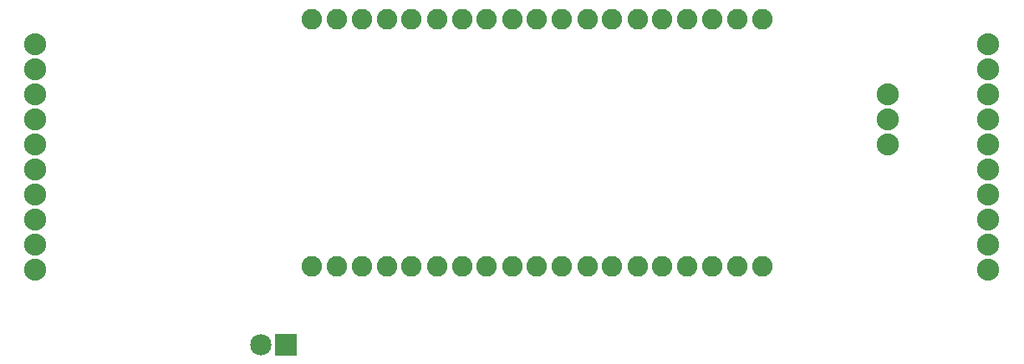
<source format=gts>
G04 MADE WITH FRITZING*
G04 WWW.FRITZING.ORG*
G04 DOUBLE SIDED*
G04 HOLES PLATED*
G04 CONTOUR ON CENTER OF CONTOUR VECTOR*
%ASAXBY*%
%FSLAX23Y23*%
%MOIN*%
%OFA0B0*%
%SFA1.0B1.0*%
%ADD10C,0.088000*%
%ADD11C,0.085000*%
%ADD12C,0.081824*%
%ADD13R,0.085000X0.085000*%
%LNMASK1*%
G90*
G70*
G54D10*
X3697Y1905D03*
X3697Y1805D03*
X3697Y1705D03*
G54D11*
X1297Y905D03*
X1197Y905D03*
G54D10*
X4097Y2105D03*
X4097Y2005D03*
X4097Y1905D03*
X4097Y1805D03*
X4097Y1705D03*
X4097Y1605D03*
X4097Y1505D03*
X4097Y1405D03*
X4097Y1305D03*
X4097Y1205D03*
X297Y2105D03*
X297Y2005D03*
X297Y1905D03*
X297Y1805D03*
X297Y1705D03*
X297Y1605D03*
X297Y1505D03*
X297Y1405D03*
X297Y1305D03*
X297Y1205D03*
G54D12*
X1398Y1219D03*
X1498Y1219D03*
X1598Y1219D03*
X1698Y1219D03*
X1797Y1219D03*
X1898Y1219D03*
X1998Y1219D03*
X2097Y1219D03*
X2198Y1219D03*
X2297Y1219D03*
X2397Y1219D03*
X2498Y1219D03*
X2597Y1219D03*
X2698Y1219D03*
X2797Y1219D03*
X2897Y1219D03*
X2997Y1219D03*
X3097Y1219D03*
X3197Y1219D03*
X3197Y2205D03*
X3097Y2205D03*
X2997Y2205D03*
X2897Y2205D03*
X2797Y2205D03*
X2698Y2205D03*
X2597Y2205D03*
X2498Y2205D03*
X2397Y2205D03*
X2297Y2205D03*
X2198Y2205D03*
X2097Y2205D03*
X1998Y2205D03*
X1898Y2205D03*
X1797Y2205D03*
X1698Y2205D03*
X1598Y2205D03*
X1498Y2205D03*
X1398Y2205D03*
G54D13*
X1297Y905D03*
G04 End of Mask1*
M02*
</source>
